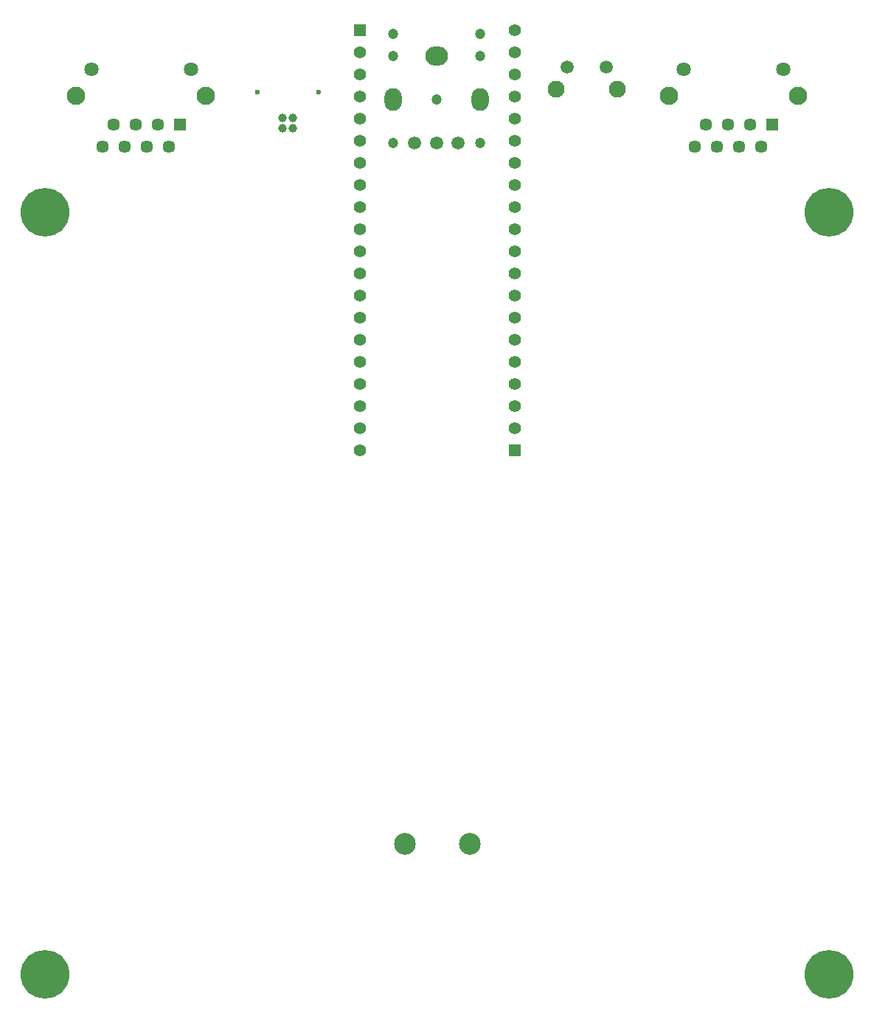
<source format=gbr>
%TF.GenerationSoftware,Altium Limited,Altium Designer,22.10.1 (41)*%
G04 Layer_Color=255*
%FSLAX45Y45*%
%MOMM*%
%TF.SameCoordinates,CC01BCFA-2ECF-4BF2-A349-93AF2CE8EC74*%
%TF.FilePolarity,Positive*%
%TF.FileFunction,Pads,Bot*%
%TF.Part,Single*%
G01*
G75*
%TA.AperFunction,WasherPad*%
%ADD28C,2.50000*%
%TA.AperFunction,ComponentPad*%
%ADD29C,1.95000*%
%ADD30C,1.50000*%
%ADD31C,1.20000*%
%ADD32O,2.60000X2.20000*%
%ADD33C,1.50800*%
%ADD34O,2.00000X2.60000*%
%ADD35C,1.63000*%
%ADD36C,2.10000*%
%ADD37C,1.44600*%
%ADD38R,1.44600X1.44600*%
%ADD39C,1.00000*%
%ADD40C,0.60000*%
%TA.AperFunction,ViaPad*%
%ADD41C,5.60000*%
%TA.AperFunction,ComponentPad*%
%ADD42R,1.39000X1.39000*%
%ADD43C,1.39000*%
D28*
X375000Y2500000D02*
D03*
X-375000D02*
D03*
D29*
X1368500Y11164999D02*
D03*
X2068500D02*
D03*
D30*
X1493500Y11419999D02*
D03*
X1943500D02*
D03*
D31*
X-508000Y11800000D02*
D03*
Y11550000D02*
D03*
X492000Y11800000D02*
D03*
Y11550000D02*
D03*
X-8000Y11050000D02*
D03*
X-508000Y10550000D02*
D03*
X492000D02*
D03*
D32*
X-8000Y11550000D02*
D03*
D33*
X242000Y10550000D02*
D03*
X-8000D02*
D03*
X-258000D02*
D03*
D34*
X-508000Y11050000D02*
D03*
X492000D02*
D03*
D35*
X-2828500Y11396100D02*
D03*
X-3971500D02*
D03*
X3971500Y11396100D02*
D03*
X2828500D02*
D03*
D36*
X-4144000Y11091100D02*
D03*
X-2656000D02*
D03*
X2656000Y11091100D02*
D03*
X4144000D02*
D03*
D37*
X-3844500Y10507100D02*
D03*
X-3717500Y10761100D02*
D03*
X-3590500Y10507100D02*
D03*
X-3463500Y10761100D02*
D03*
X-3336500Y10507100D02*
D03*
X-3209500Y10761100D02*
D03*
X-3082500Y10507100D02*
D03*
X2955500Y10507100D02*
D03*
X3082500Y10761100D02*
D03*
X3209500Y10507100D02*
D03*
X3336500Y10761100D02*
D03*
X3463500Y10507100D02*
D03*
X3590500Y10761100D02*
D03*
X3717500Y10507100D02*
D03*
D38*
X-2955500Y10761100D02*
D03*
X3844500Y10761100D02*
D03*
D39*
X-1654500Y10715001D02*
D03*
X-1774500D02*
D03*
Y10835001D02*
D03*
X-1654500D02*
D03*
D40*
X-1364500Y11135001D02*
D03*
X-2064500D02*
D03*
D41*
X-4500000Y1000000D02*
D03*
X4500000D02*
D03*
Y9750000D02*
D03*
X-4500000D02*
D03*
D42*
X-889000Y11846500D02*
D03*
X889000Y7020500D02*
D03*
D43*
X-889000Y11592500D02*
D03*
Y11338500D02*
D03*
Y11084500D02*
D03*
Y10830500D02*
D03*
Y10576500D02*
D03*
Y10322500D02*
D03*
Y10068500D02*
D03*
Y9814500D02*
D03*
Y9560500D02*
D03*
Y9306500D02*
D03*
Y9052500D02*
D03*
Y8798500D02*
D03*
Y8544500D02*
D03*
Y8290500D02*
D03*
Y8036500D02*
D03*
Y7782500D02*
D03*
Y7528500D02*
D03*
Y7274500D02*
D03*
Y7020500D02*
D03*
X889000Y7274500D02*
D03*
Y7528500D02*
D03*
Y7782500D02*
D03*
Y8036500D02*
D03*
Y8290500D02*
D03*
Y8544500D02*
D03*
Y8798500D02*
D03*
Y9052500D02*
D03*
Y9306500D02*
D03*
Y9560500D02*
D03*
Y9814500D02*
D03*
Y10068500D02*
D03*
Y10322500D02*
D03*
Y10576500D02*
D03*
Y10830500D02*
D03*
Y11084500D02*
D03*
Y11338500D02*
D03*
Y11592500D02*
D03*
Y11846500D02*
D03*
%TF.MD5,7e9ec525457efb9efe583ba10af85508*%
M02*

</source>
